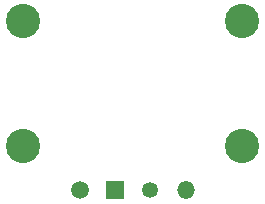
<source format=gbl>
G04 #@! TF.GenerationSoftware,KiCad,Pcbnew,(5.0.0)*
G04 #@! TF.CreationDate,2019-01-14T07:55:56+00:00*
G04 #@! TF.ProjectId,AS5600_I2C_v1,4153353630305F4932435F76312E6B69,rev?*
G04 #@! TF.SameCoordinates,Original*
G04 #@! TF.FileFunction,Copper,L2,Bot,Signal*
G04 #@! TF.FilePolarity,Positive*
%FSLAX46Y46*%
G04 Gerber Fmt 4.6, Leading zero omitted, Abs format (unit mm)*
G04 Created by KiCad (PCBNEW (5.0.0)) date 01/14/19 07:55:56*
%MOMM*%
%LPD*%
G01*
G04 APERTURE LIST*
G04 #@! TA.AperFunction,WasherPad*
%ADD10C,2.900000*%
G04 #@! TD*
G04 #@! TA.AperFunction,ComponentPad*
%ADD11O,1.500000X1.500000*%
G04 #@! TD*
G04 #@! TA.AperFunction,ComponentPad*
%ADD12C,1.350000*%
G04 #@! TD*
G04 #@! TA.AperFunction,ComponentPad*
%ADD13R,1.500000X1.500000*%
G04 #@! TD*
G04 #@! TA.AperFunction,ComponentPad*
%ADD14C,1.500000*%
G04 #@! TD*
G04 APERTURE END LIST*
D10*
G04 #@! TO.P,2.5mm ,*
G04 #@! TO.N,*
X177730000Y-70330000D03*
G04 #@! TD*
G04 #@! TO.P,2.5mm ,*
G04 #@! TO.N,*
X159230000Y-70330000D03*
G04 #@! TD*
G04 #@! TO.P,2.5mm ,*
G04 #@! TO.N,*
X159230000Y-80915000D03*
G04 #@! TD*
G04 #@! TO.P,2.5mm ,*
G04 #@! TO.N,*
X177730000Y-80915000D03*
G04 #@! TD*
D11*
G04 #@! TO.P,J1,4*
G04 #@! TO.N,SDA*
X172980000Y-84622000D03*
D12*
G04 #@! TO.P,J1,3*
G04 #@! TO.N,+5V*
X169980000Y-84622000D03*
D13*
G04 #@! TO.P,J1,2*
G04 #@! TO.N,GND*
X166980000Y-84622000D03*
D14*
G04 #@! TO.P,J1,1*
G04 #@! TO.N,SCL*
X163980000Y-84622000D03*
G04 #@! TD*
M02*

</source>
